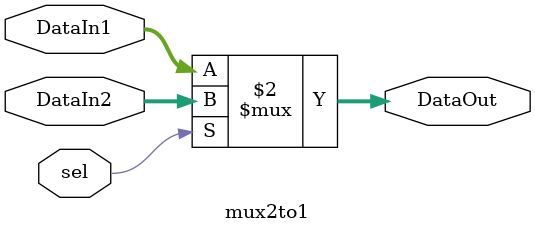
<source format=v>
`timescale 1ns / 1ps

module mux2to1(
    input sel,
    input [31:0] DataIn1,
    input [31:0] DataIn2,
    output [31:0] DataOut
);
    assign  DataOut = (sel == 0)?DataIn1:DataIn2; 
endmodule
</source>
